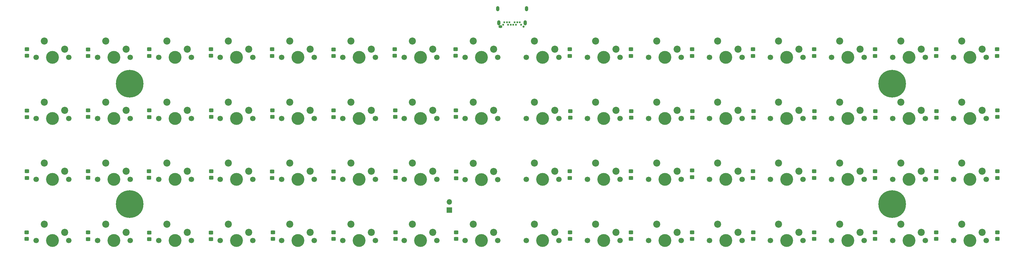
<source format=gbr>
%TF.GenerationSoftware,KiCad,Pcbnew,6.0.7-f9a2dced07~116~ubuntu20.04.1*%
%TF.CreationDate,2022-10-16T12:29:11-07:00*%
%TF.ProjectId,keyboard,6b657962-6f61-4726-942e-6b696361645f,rev?*%
%TF.SameCoordinates,Original*%
%TF.FileFunction,Soldermask,Bot*%
%TF.FilePolarity,Negative*%
%FSLAX46Y46*%
G04 Gerber Fmt 4.6, Leading zero omitted, Abs format (unit mm)*
G04 Created by KiCad (PCBNEW 6.0.7-f9a2dced07~116~ubuntu20.04.1) date 2022-10-16 12:29:11*
%MOMM*%
%LPD*%
G01*
G04 APERTURE LIST*
G04 Aperture macros list*
%AMRoundRect*
0 Rectangle with rounded corners*
0 $1 Rounding radius*
0 $2 $3 $4 $5 $6 $7 $8 $9 X,Y pos of 4 corners*
0 Add a 4 corners polygon primitive as box body*
4,1,4,$2,$3,$4,$5,$6,$7,$8,$9,$2,$3,0*
0 Add four circle primitives for the rounded corners*
1,1,$1+$1,$2,$3*
1,1,$1+$1,$4,$5*
1,1,$1+$1,$6,$7*
1,1,$1+$1,$8,$9*
0 Add four rect primitives between the rounded corners*
20,1,$1+$1,$2,$3,$4,$5,0*
20,1,$1+$1,$4,$5,$6,$7,0*
20,1,$1+$1,$6,$7,$8,$9,0*
20,1,$1+$1,$8,$9,$2,$3,0*%
G04 Aperture macros list end*
%ADD10C,4.000000*%
%ADD11C,1.700000*%
%ADD12C,2.200000*%
%ADD13C,8.600000*%
%ADD14R,1.700000X1.700000*%
%ADD15O,1.700000X1.700000*%
%ADD16C,0.609600*%
%ADD17O,1.193800X0.914400*%
%ADD18O,1.016000X1.600200*%
%ADD19C,0.660400*%
%ADD20C,0.508000*%
%ADD21RoundRect,0.250000X0.450000X-0.325000X0.450000X0.325000X-0.450000X0.325000X-0.450000X-0.325000X0*%
G04 APERTURE END LIST*
D10*
%TO.C,SW22*%
X266660000Y-135850000D03*
D11*
X261580000Y-135850000D03*
X271740000Y-135850000D03*
D12*
X264120000Y-130770000D03*
X270470000Y-133310000D03*
%TD*%
D13*
%TO.C,H3*%
X337500000Y-162500000D03*
%TD*%
%TO.C,H1*%
X100000000Y-125000000D03*
%TD*%
D14*
%TO.C,J2*%
X199525000Y-164335000D03*
D15*
X199525000Y-161795000D03*
%TD*%
D16*
%TO.C,J1*%
X221886519Y-106582486D03*
X221486393Y-105882486D03*
X220686267Y-105882486D03*
X220286141Y-106582486D03*
X219911515Y-105882486D03*
X219473889Y-106582486D03*
X218673763Y-106582486D03*
X218311137Y-105882486D03*
X217886511Y-106582486D03*
X217486385Y-105882486D03*
X216686259Y-105882486D03*
X216286133Y-106582486D03*
D17*
X215486326Y-107232486D03*
D18*
X214596325Y-101592486D03*
X214956327Y-105992486D03*
X223576327Y-101592486D03*
X223216325Y-105992486D03*
D19*
X215346626Y-107232486D03*
D20*
X214956327Y-106284586D03*
X223576327Y-101300386D03*
X214596325Y-101300386D03*
D19*
X222686326Y-107232486D03*
X215626026Y-107232486D03*
D20*
X214956327Y-105700386D03*
X214596325Y-101884586D03*
X223576327Y-101884586D03*
X223216325Y-106284586D03*
X223216325Y-105700386D03*
%TD*%
D13*
%TO.C,H4*%
X100000000Y-162500000D03*
%TD*%
%TO.C,H2*%
X337500000Y-125000000D03*
%TD*%
D21*
%TO.C,D55*%
X106045000Y-154322500D03*
X106045000Y-152272500D03*
%TD*%
%TO.C,D17*%
X294145000Y-116322500D03*
X294145000Y-114272500D03*
%TD*%
D11*
%TO.C,SW29*%
X223527500Y-116800000D03*
X233687500Y-116800000D03*
D10*
X228607500Y-116800000D03*
D12*
X226067500Y-111720000D03*
X232417500Y-114260000D03*
%TD*%
D11*
%TO.C,SW7*%
X347797500Y-154810000D03*
D10*
X342717500Y-154810000D03*
D11*
X337637500Y-154810000D03*
D12*
X340177500Y-149730000D03*
X346527500Y-152270000D03*
%TD*%
D21*
%TO.C,D33*%
X201490000Y-116282500D03*
X201490000Y-114232500D03*
%TD*%
%TO.C,D12*%
X332187500Y-173372500D03*
X332187500Y-171322500D03*
%TD*%
D10*
%TO.C,SW34*%
X209557500Y-135850000D03*
D11*
X214637500Y-135850000D03*
X204477500Y-135850000D03*
D12*
X207017500Y-130770000D03*
X213367500Y-133310000D03*
%TD*%
D10*
%TO.C,SW46*%
X152360000Y-135850000D03*
D11*
X147280000Y-135850000D03*
X157440000Y-135850000D03*
D12*
X149820000Y-130770000D03*
X156170000Y-133310000D03*
%TD*%
D11*
%TO.C,SW45*%
X157440000Y-116800000D03*
D10*
X152360000Y-116800000D03*
D11*
X147280000Y-116800000D03*
D12*
X149820000Y-111720000D03*
X156170000Y-114260000D03*
%TD*%
D21*
%TO.C,D2*%
X370220000Y-135345000D03*
X370220000Y-133295000D03*
%TD*%
%TO.C,D26*%
X256210000Y-135587500D03*
X256210000Y-133537500D03*
%TD*%
D10*
%TO.C,SW30*%
X228607500Y-135850000D03*
D11*
X223527500Y-135850000D03*
X233687500Y-135850000D03*
D12*
X226067500Y-130770000D03*
X232417500Y-133310000D03*
%TD*%
D21*
%TO.C,D48*%
X144580000Y-173362500D03*
X144580000Y-171312500D03*
%TD*%
%TO.C,D21*%
X275142500Y-116322500D03*
X275142500Y-114272500D03*
%TD*%
%TO.C,D36*%
X201647500Y-173372500D03*
X201647500Y-171322500D03*
%TD*%
D10*
%TO.C,SW31*%
X228607500Y-154810000D03*
D11*
X223527500Y-154810000D03*
X233687500Y-154810000D03*
D12*
X226067500Y-149730000D03*
X232417500Y-152270000D03*
%TD*%
D21*
%TO.C,D46*%
X144440000Y-135357500D03*
X144440000Y-133307500D03*
%TD*%
%TO.C,D34*%
X201610000Y-135355000D03*
X201610000Y-133305000D03*
%TD*%
%TO.C,D13*%
X313147500Y-116322500D03*
X313147500Y-114272500D03*
%TD*%
%TO.C,D64*%
X67900000Y-173352500D03*
X67900000Y-171302500D03*
%TD*%
%TO.C,D5*%
X351200000Y-116322500D03*
X351200000Y-114272500D03*
%TD*%
D11*
%TO.C,SW10*%
X328747500Y-135850000D03*
X318587500Y-135850000D03*
D10*
X323667500Y-135850000D03*
D12*
X321127500Y-130770000D03*
X327477500Y-133310000D03*
%TD*%
%TO.C,SW55*%
X117975000Y-152270000D03*
X111625000Y-149730000D03*
D10*
X114165000Y-154810000D03*
D11*
X119245000Y-154810000D03*
X109085000Y-154810000D03*
%TD*%
D21*
%TO.C,D56*%
X106065000Y-173402500D03*
X106065000Y-171352500D03*
%TD*%
%TO.C,D29*%
X237090000Y-116322500D03*
X237090000Y-114272500D03*
%TD*%
%TO.C,D60*%
X87077500Y-173382500D03*
X87077500Y-171332500D03*
%TD*%
%TO.C,D58*%
X87047500Y-135305000D03*
X87047500Y-133255000D03*
%TD*%
D11*
%TO.C,SW27*%
X242530000Y-154810000D03*
D10*
X247610000Y-154810000D03*
D11*
X252690000Y-154810000D03*
D12*
X245070000Y-149730000D03*
X251420000Y-152270000D03*
%TD*%
D11*
%TO.C,SW43*%
X166377500Y-154810000D03*
D10*
X171457500Y-154810000D03*
D11*
X176537500Y-154810000D03*
D12*
X168917500Y-149730000D03*
X175267500Y-152270000D03*
%TD*%
D11*
%TO.C,SW5*%
X337637500Y-116800000D03*
X347797500Y-116800000D03*
D10*
X342717500Y-116800000D03*
D12*
X340177500Y-111720000D03*
X346527500Y-114260000D03*
%TD*%
D21*
%TO.C,D38*%
X182695000Y-135347500D03*
X182695000Y-133297500D03*
%TD*%
D11*
%TO.C,SW56*%
X109085000Y-173860000D03*
D10*
X114165000Y-173860000D03*
D11*
X119245000Y-173860000D03*
D12*
X111625000Y-168780000D03*
X117975000Y-171320000D03*
%TD*%
D10*
%TO.C,SW63*%
X75970000Y-154810000D03*
D11*
X81050000Y-154810000D03*
X70890000Y-154810000D03*
D12*
X73430000Y-149730000D03*
X79780000Y-152270000D03*
%TD*%
D21*
%TO.C,D30*%
X237207500Y-135587500D03*
X237207500Y-133537500D03*
%TD*%
D11*
%TO.C,SW59*%
X100147500Y-154810000D03*
D10*
X95067500Y-154810000D03*
D11*
X89987500Y-154810000D03*
D12*
X92527500Y-149730000D03*
X98877500Y-152270000D03*
%TD*%
D21*
%TO.C,D20*%
X294182500Y-173372500D03*
X294182500Y-171322500D03*
%TD*%
D10*
%TO.C,SW60*%
X95110000Y-173840000D03*
D11*
X90030000Y-173840000D03*
X100190000Y-173840000D03*
D12*
X92570000Y-168760000D03*
X98920000Y-171300000D03*
%TD*%
D21*
%TO.C,D42*%
X163510000Y-135377500D03*
X163510000Y-133327500D03*
%TD*%
D11*
%TO.C,SW52*%
X128182500Y-173860000D03*
X138342500Y-173860000D03*
D10*
X133262500Y-173860000D03*
D12*
X130722500Y-168780000D03*
X137072500Y-171320000D03*
%TD*%
D21*
%TO.C,D22*%
X275260000Y-135587500D03*
X275260000Y-133537500D03*
%TD*%
%TO.C,D19*%
X294152500Y-154332500D03*
X294152500Y-152282500D03*
%TD*%
%TO.C,D32*%
X237127500Y-173372500D03*
X237127500Y-171322500D03*
%TD*%
%TO.C,D3*%
X370210000Y-154332500D03*
X370210000Y-152282500D03*
%TD*%
D10*
%TO.C,SW37*%
X190555000Y-116800000D03*
D11*
X185475000Y-116800000D03*
X195635000Y-116800000D03*
D12*
X188015000Y-111720000D03*
X194365000Y-114260000D03*
%TD*%
D11*
%TO.C,SW18*%
X290742500Y-135850000D03*
X280582500Y-135850000D03*
D10*
X285662500Y-135850000D03*
D12*
X283122500Y-130770000D03*
X289472500Y-133310000D03*
%TD*%
D21*
%TO.C,D45*%
X144362500Y-116312500D03*
X144362500Y-114262500D03*
%TD*%
D11*
%TO.C,SW3*%
X356640000Y-154810000D03*
D10*
X361720000Y-154810000D03*
D11*
X366800000Y-154810000D03*
D12*
X359180000Y-149730000D03*
X365530000Y-152270000D03*
%TD*%
D21*
%TO.C,D50*%
X125412500Y-135345000D03*
X125412500Y-133295000D03*
%TD*%
%TO.C,D10*%
X332267500Y-135587500D03*
X332267500Y-133537500D03*
%TD*%
D11*
%TO.C,SW64*%
X81050000Y-173860000D03*
D10*
X75970000Y-173860000D03*
D11*
X70890000Y-173860000D03*
D12*
X73430000Y-168780000D03*
X79780000Y-171320000D03*
%TD*%
D10*
%TO.C,SW8*%
X342717500Y-173860000D03*
D11*
X347797500Y-173860000D03*
X337637500Y-173860000D03*
D12*
X340177500Y-168780000D03*
X346527500Y-171320000D03*
%TD*%
D21*
%TO.C,D61*%
X67980000Y-114252500D03*
X67980000Y-116302500D03*
%TD*%
%TO.C,D37*%
X182507500Y-116302500D03*
X182507500Y-114252500D03*
%TD*%
D12*
%TO.C,SW58*%
X98877500Y-133310000D03*
X92527500Y-130770000D03*
D11*
X100147500Y-135850000D03*
D10*
X95067500Y-135850000D03*
D11*
X89987500Y-135850000D03*
%TD*%
D21*
%TO.C,D62*%
X67970000Y-135412500D03*
X67970000Y-133362500D03*
%TD*%
%TO.C,D6*%
X351317500Y-135587500D03*
X351317500Y-133537500D03*
%TD*%
%TO.C,D27*%
X256100000Y-154332500D03*
X256100000Y-152282500D03*
%TD*%
D10*
%TO.C,SW44*%
X171457500Y-173860000D03*
D11*
X166377500Y-173860000D03*
X176537500Y-173860000D03*
D12*
X168917500Y-168780000D03*
X175267500Y-171320000D03*
%TD*%
D21*
%TO.C,D54*%
X106095000Y-135365000D03*
X106095000Y-133315000D03*
%TD*%
D11*
%TO.C,SW42*%
X166377500Y-135850000D03*
X176537500Y-135850000D03*
D10*
X171457500Y-135850000D03*
D12*
X168917500Y-130770000D03*
X175267500Y-133310000D03*
%TD*%
D11*
%TO.C,SW2*%
X366800000Y-135850000D03*
D10*
X361720000Y-135850000D03*
D11*
X356640000Y-135850000D03*
D12*
X359180000Y-130770000D03*
X365530000Y-133310000D03*
%TD*%
D21*
%TO.C,D11*%
X332157500Y-154332500D03*
X332157500Y-152282500D03*
%TD*%
%TO.C,D43*%
X163507500Y-154352500D03*
X163507500Y-152302500D03*
%TD*%
D11*
%TO.C,SW26*%
X242530000Y-135850000D03*
X252690000Y-135850000D03*
D10*
X247610000Y-135850000D03*
D12*
X245070000Y-130770000D03*
X251420000Y-133310000D03*
%TD*%
D21*
%TO.C,D28*%
X256130000Y-173372500D03*
X256130000Y-171322500D03*
%TD*%
D10*
%TO.C,SW33*%
X209557500Y-116800000D03*
D11*
X204477500Y-116800000D03*
X214637500Y-116800000D03*
D12*
X207017500Y-111720000D03*
X213367500Y-114260000D03*
%TD*%
D21*
%TO.C,D41*%
X163480000Y-116352500D03*
X163480000Y-114302500D03*
%TD*%
%TO.C,D44*%
X163457500Y-173342500D03*
X163457500Y-171292500D03*
%TD*%
D10*
%TO.C,SW54*%
X114165000Y-135850000D03*
D11*
X109085000Y-135850000D03*
X119245000Y-135850000D03*
D12*
X111625000Y-130770000D03*
X117975000Y-133310000D03*
%TD*%
D11*
%TO.C,SW19*%
X280582500Y-154810000D03*
X290742500Y-154810000D03*
D10*
X285662500Y-154810000D03*
D12*
X283122500Y-149730000D03*
X289472500Y-152270000D03*
%TD*%
D11*
%TO.C,SW13*%
X309745000Y-116800000D03*
D10*
X304665000Y-116800000D03*
D11*
X299585000Y-116800000D03*
D12*
X302125000Y-111720000D03*
X308475000Y-114260000D03*
%TD*%
D21*
%TO.C,D57*%
X87070000Y-116362500D03*
X87070000Y-114312500D03*
%TD*%
D11*
%TO.C,SW50*%
X128182500Y-135850000D03*
D10*
X133262500Y-135850000D03*
D11*
X138342500Y-135850000D03*
D12*
X130722500Y-130770000D03*
X137072500Y-133310000D03*
%TD*%
D21*
%TO.C,D59*%
X87047500Y-154302500D03*
X87047500Y-152252500D03*
%TD*%
D11*
%TO.C,SW32*%
X233687500Y-173860000D03*
D10*
X228607500Y-173860000D03*
D11*
X223527500Y-173860000D03*
D12*
X226067500Y-168780000D03*
X232417500Y-171320000D03*
%TD*%
D10*
%TO.C,SW49*%
X133262500Y-116800000D03*
D11*
X138342500Y-116800000D03*
X128182500Y-116800000D03*
D12*
X130722500Y-111720000D03*
X137072500Y-114260000D03*
%TD*%
D21*
%TO.C,D35*%
X201657500Y-154422500D03*
X201657500Y-152372500D03*
%TD*%
%TO.C,D24*%
X275180000Y-173372500D03*
X275180000Y-171322500D03*
%TD*%
%TO.C,D47*%
X144360000Y-154362500D03*
X144360000Y-152312500D03*
%TD*%
%TO.C,D16*%
X313185000Y-173372500D03*
X313185000Y-171322500D03*
%TD*%
D11*
%TO.C,SW14*%
X299585000Y-135850000D03*
X309745000Y-135850000D03*
D10*
X304665000Y-135850000D03*
D12*
X302125000Y-130770000D03*
X308475000Y-133310000D03*
%TD*%
D10*
%TO.C,SW23*%
X266660000Y-154810000D03*
D11*
X271740000Y-154810000D03*
X261580000Y-154810000D03*
D12*
X264120000Y-149730000D03*
X270470000Y-152270000D03*
%TD*%
D11*
%TO.C,SW15*%
X299585000Y-154810000D03*
X309745000Y-154810000D03*
D10*
X304665000Y-154810000D03*
D12*
X302125000Y-149730000D03*
X308475000Y-152270000D03*
%TD*%
D11*
%TO.C,SW61*%
X81050000Y-116800000D03*
X70890000Y-116800000D03*
D10*
X75970000Y-116800000D03*
D12*
X73430000Y-111720000D03*
X79780000Y-114260000D03*
%TD*%
D21*
%TO.C,D14*%
X313265000Y-135587500D03*
X313265000Y-133537500D03*
%TD*%
%TO.C,D1*%
X370202500Y-116322500D03*
X370202500Y-114272500D03*
%TD*%
D11*
%TO.C,SW62*%
X70890000Y-135850000D03*
D10*
X75970000Y-135850000D03*
D11*
X81050000Y-135850000D03*
D12*
X73430000Y-130770000D03*
X79780000Y-133310000D03*
%TD*%
D21*
%TO.C,D53*%
X106097500Y-116322500D03*
X106097500Y-114272500D03*
%TD*%
%TO.C,D15*%
X313155000Y-154332500D03*
X313155000Y-152282500D03*
%TD*%
D10*
%TO.C,SW57*%
X95067500Y-116800000D03*
D11*
X100147500Y-116800000D03*
X89987500Y-116800000D03*
D12*
X92527500Y-111720000D03*
X98877500Y-114260000D03*
%TD*%
D21*
%TO.C,D25*%
X256092500Y-116322500D03*
X256092500Y-114272500D03*
%TD*%
%TO.C,D4*%
X370240000Y-173372500D03*
X370240000Y-171322500D03*
%TD*%
D10*
%TO.C,SW28*%
X247610000Y-173860000D03*
D11*
X242530000Y-173860000D03*
X252690000Y-173860000D03*
D12*
X245070000Y-168780000D03*
X251420000Y-171320000D03*
%TD*%
D11*
%TO.C,SW36*%
X214637500Y-173860000D03*
X204477500Y-173860000D03*
D10*
X209557500Y-173860000D03*
D12*
X207017500Y-168780000D03*
X213367500Y-171320000D03*
%TD*%
D10*
%TO.C,SW51*%
X133262500Y-154810000D03*
D11*
X138342500Y-154810000D03*
X128182500Y-154810000D03*
D12*
X130722500Y-149730000D03*
X137072500Y-152270000D03*
%TD*%
D11*
%TO.C,SW12*%
X328747500Y-173860000D03*
D10*
X323667500Y-173860000D03*
D11*
X318587500Y-173860000D03*
D12*
X321127500Y-168780000D03*
X327477500Y-171320000D03*
%TD*%
D21*
%TO.C,D23*%
X275150000Y-154087500D03*
X275150000Y-152037500D03*
%TD*%
D11*
%TO.C,SW38*%
X185475000Y-135850000D03*
X195635000Y-135850000D03*
D10*
X190555000Y-135850000D03*
D12*
X188015000Y-130770000D03*
X194365000Y-133310000D03*
%TD*%
D21*
%TO.C,D9*%
X332150000Y-116322500D03*
X332150000Y-114272500D03*
%TD*%
D11*
%TO.C,SW11*%
X318587500Y-154810000D03*
D10*
X323667500Y-154810000D03*
D11*
X328747500Y-154810000D03*
D12*
X321127500Y-149730000D03*
X327477500Y-152270000D03*
%TD*%
D11*
%TO.C,SW21*%
X261580000Y-116800000D03*
X271740000Y-116800000D03*
D10*
X266660000Y-116800000D03*
D12*
X264120000Y-111720000D03*
X270470000Y-114260000D03*
%TD*%
D21*
%TO.C,D7*%
X351207500Y-154332500D03*
X351207500Y-152282500D03*
%TD*%
%TO.C,D51*%
X125412500Y-154262500D03*
X125412500Y-152212500D03*
%TD*%
D11*
%TO.C,SW1*%
X366800000Y-116800000D03*
X356640000Y-116800000D03*
D10*
X361720000Y-116800000D03*
D12*
X359180000Y-111720000D03*
X365530000Y-114260000D03*
%TD*%
D10*
%TO.C,SW39*%
X190555000Y-154810000D03*
D11*
X195635000Y-154810000D03*
X185475000Y-154810000D03*
D12*
X188015000Y-149730000D03*
X194365000Y-152270000D03*
%TD*%
D10*
%TO.C,SW16*%
X304665000Y-173860000D03*
D11*
X299585000Y-173860000D03*
X309745000Y-173860000D03*
D12*
X302125000Y-168780000D03*
X308475000Y-171320000D03*
%TD*%
D11*
%TO.C,SW47*%
X157440000Y-154810000D03*
X147280000Y-154810000D03*
D10*
X152360000Y-154810000D03*
D12*
X149820000Y-149730000D03*
X156170000Y-152270000D03*
%TD*%
D11*
%TO.C,SW35*%
X204510000Y-154850000D03*
D10*
X209590000Y-154850000D03*
D11*
X214670000Y-154850000D03*
D12*
X207050000Y-149770000D03*
X213400000Y-152310000D03*
%TD*%
D10*
%TO.C,SW20*%
X285662500Y-173860000D03*
D11*
X280582500Y-173860000D03*
X290742500Y-173860000D03*
D12*
X283122500Y-168780000D03*
X289472500Y-171320000D03*
%TD*%
D11*
%TO.C,SW17*%
X280582500Y-116800000D03*
X290742500Y-116800000D03*
D10*
X285662500Y-116800000D03*
D12*
X283122500Y-111720000D03*
X289472500Y-114260000D03*
%TD*%
D10*
%TO.C,SW53*%
X114165000Y-116800000D03*
D11*
X119245000Y-116800000D03*
X109085000Y-116800000D03*
D12*
X111625000Y-111720000D03*
X117975000Y-114260000D03*
%TD*%
D21*
%TO.C,D18*%
X294262500Y-135587500D03*
X294262500Y-133537500D03*
%TD*%
D10*
%TO.C,SW24*%
X266660000Y-173860000D03*
D11*
X261580000Y-173860000D03*
X271740000Y-173860000D03*
D12*
X264120000Y-168780000D03*
X270470000Y-171320000D03*
%TD*%
D21*
%TO.C,D49*%
X125275000Y-116272500D03*
X125275000Y-114222500D03*
%TD*%
%TO.C,D39*%
X182820000Y-154292500D03*
X182820000Y-152242500D03*
%TD*%
D11*
%TO.C,SW6*%
X347797500Y-135850000D03*
D10*
X342717500Y-135850000D03*
D11*
X337637500Y-135850000D03*
D12*
X340177500Y-130770000D03*
X346527500Y-133310000D03*
%TD*%
D10*
%TO.C,SW4*%
X361720000Y-173860000D03*
D11*
X366800000Y-173860000D03*
X356640000Y-173860000D03*
D12*
X359180000Y-168780000D03*
X365530000Y-171320000D03*
%TD*%
D10*
%TO.C,SW40*%
X190555000Y-173860000D03*
D11*
X185475000Y-173860000D03*
X195635000Y-173860000D03*
D12*
X188015000Y-168780000D03*
X194365000Y-171320000D03*
%TD*%
D21*
%TO.C,D52*%
X125312500Y-173412500D03*
X125312500Y-171362500D03*
%TD*%
D10*
%TO.C,SW41*%
X171457500Y-116800000D03*
D11*
X176537500Y-116800000D03*
X166377500Y-116800000D03*
D12*
X168917500Y-111720000D03*
X175267500Y-114260000D03*
%TD*%
D21*
%TO.C,D8*%
X351237500Y-173372500D03*
X351237500Y-171322500D03*
%TD*%
D11*
%TO.C,SW48*%
X157440000Y-173860000D03*
X147280000Y-173860000D03*
D10*
X152360000Y-173860000D03*
D12*
X149820000Y-168780000D03*
X156170000Y-171320000D03*
%TD*%
D11*
%TO.C,SW25*%
X252690000Y-116800000D03*
X242530000Y-116800000D03*
D10*
X247610000Y-116800000D03*
D12*
X245070000Y-111720000D03*
X251420000Y-114260000D03*
%TD*%
D21*
%TO.C,D63*%
X68030000Y-154332500D03*
X68030000Y-152282500D03*
%TD*%
D10*
%TO.C,SW9*%
X323667500Y-116800000D03*
D11*
X318587500Y-116800000D03*
X328747500Y-116800000D03*
D12*
X321127500Y-111720000D03*
X327477500Y-114260000D03*
%TD*%
D21*
%TO.C,D31*%
X237097500Y-154332500D03*
X237097500Y-152282500D03*
%TD*%
%TO.C,D40*%
X182780000Y-173335000D03*
X182780000Y-171285000D03*
%TD*%
M02*

</source>
